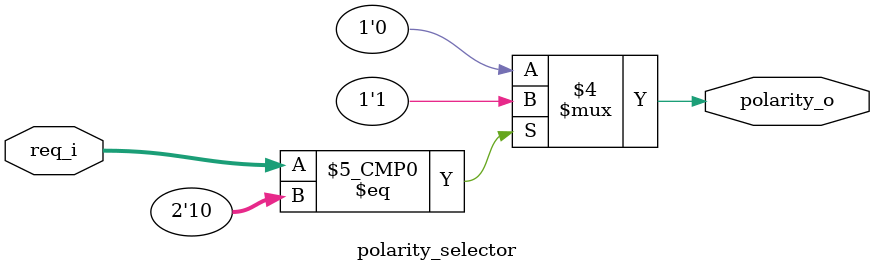
<source format=sv>

module polarity_selector #(parameter POLARITY=2)(
    input logic [POLARITY-1:0] req_i  ,   // 2-bit input request signal (req_i)
    output logic polarity_o                  // Output signal (polarity_o) representing the selected polarity
);

 // Determine the polarity (pol_out) based on the request input (req_i)     
	always_comb 
	  begin
        case(req_i)
		     2'b10   :    polarity_o  = 1'b1;
			  2'b01  :    polarity_o = 1'b0;
		     default :    polarity_o = 1'b0;
        endcase
	  end	 	 
endmodule
</source>
